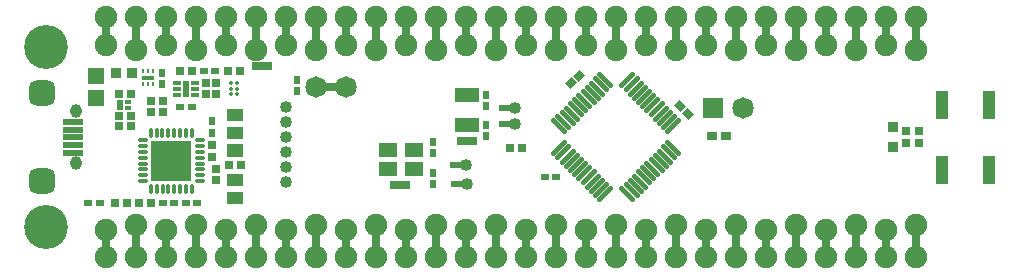
<source format=gts>
G04*
G04 #@! TF.GenerationSoftware,Altium Limited,Altium Designer,20.1.11 (218)*
G04*
G04 Layer_Color=8388736*
%FSLAX43Y43*%
%MOMM*%
G71*
G04*
G04 #@! TF.SameCoordinates,BD5628E5-7E1B-49FB-A763-C87F1538D8A8*
G04*
G04*
G04 #@! TF.FilePolarity,Negative*
G04*
G01*
G75*
%ADD52C,1.905*%
%ADD53C,0.700*%
%ADD54R,1.325X0.500*%
%ADD55R,1.800X0.700*%
%ADD56R,1.370X1.020*%
%ADD57R,1.520X1.270*%
%ADD58R,2.020X1.220*%
%ADD59R,0.770X0.620*%
%ADD60R,1.820X0.470*%
%ADD61R,1.120X2.370*%
%ADD62C,0.350*%
%ADD63R,0.670X0.320*%
%ADD64R,0.600X1.360*%
%ADD65R,0.700X0.350*%
%ADD66R,1.040X0.380*%
%ADD67R,0.280X0.450*%
%ADD68R,3.400X3.400*%
%ADD69O,0.280X0.850*%
%ADD70O,0.850X0.280*%
G04:AMPARAMS|DCode=71|XSize=0.4mm|YSize=1.75mm|CornerRadius=0mm|HoleSize=0mm|Usage=FLASHONLY|Rotation=225.000|XOffset=0mm|YOffset=0mm|HoleType=Round|Shape=Round|*
%AMOVALD71*
21,1,1.350,0.400,0.000,0.000,315.0*
1,1,0.400,-0.477,0.477*
1,1,0.400,0.477,-0.477*
%
%ADD71OVALD71*%

G04:AMPARAMS|DCode=72|XSize=0.4mm|YSize=1.75mm|CornerRadius=0mm|HoleSize=0mm|Usage=FLASHONLY|Rotation=135.000|XOffset=0mm|YOffset=0mm|HoleType=Round|Shape=Round|*
%AMOVALD72*
21,1,1.350,0.400,0.000,0.000,225.0*
1,1,0.400,0.477,0.477*
1,1,0.400,-0.477,-0.477*
%
%ADD72OVALD72*%

%ADD73R,0.520X0.370*%
%ADD74R,0.520X0.820*%
%ADD75R,0.920X0.920*%
%ADD76R,0.720X0.620*%
%ADD77R,0.720X0.670*%
%ADD78R,1.470X1.320*%
%ADD79R,0.920X0.770*%
%ADD80R,0.620X0.770*%
%ADD81R,0.882X0.882*%
%ADD82R,0.670X0.720*%
G04:AMPARAMS|DCode=83|XSize=0.62mm|YSize=0.77mm|CornerRadius=0mm|HoleSize=0mm|Usage=FLASHONLY|Rotation=225.000|XOffset=0mm|YOffset=0mm|HoleType=Round|Shape=Rectangle|*
%AMROTATEDRECTD83*
4,1,4,-0.053,0.491,0.491,-0.053,0.053,-0.491,-0.491,0.053,-0.053,0.491,0.0*
%
%ADD83ROTATEDRECTD83*%

G04:AMPARAMS|DCode=84|XSize=0.62mm|YSize=0.77mm|CornerRadius=0mm|HoleSize=0mm|Usage=FLASHONLY|Rotation=135.000|XOffset=0mm|YOffset=0mm|HoleType=Round|Shape=Rectangle|*
%AMROTATEDRECTD84*
4,1,4,0.491,0.053,-0.053,-0.491,-0.491,-0.053,0.053,0.491,0.491,0.053,0.0*
%
%ADD84ROTATEDRECTD84*%

%ADD85C,1.820*%
%ADD86C,1.020*%
%ADD87O,0.686X2.921*%
%ADD88C,1.902*%
%ADD89O,0.686X3.327*%
G04:AMPARAMS|DCode=90|XSize=2.12mm|YSize=2.22mm|CornerRadius=0.58mm|HoleSize=0mm|Usage=FLASHONLY|Rotation=90.000|XOffset=0mm|YOffset=0mm|HoleType=Round|Shape=RoundedRectangle|*
%AMROUNDEDRECTD90*
21,1,2.120,1.060,0,0,90.0*
21,1,0.960,2.220,0,0,90.0*
1,1,1.160,0.530,0.480*
1,1,1.160,0.530,-0.480*
1,1,1.160,-0.530,-0.480*
1,1,1.160,-0.530,0.480*
%
%ADD90ROUNDEDRECTD90*%
G04:AMPARAMS|DCode=91|XSize=1.17mm|YSize=0.96mm|CornerRadius=0.48mm|HoleSize=0mm|Usage=FLASHONLY|Rotation=270.000|XOffset=0mm|YOffset=0mm|HoleType=Round|Shape=RoundedRectangle|*
%AMROUNDEDRECTD91*
21,1,1.170,0.000,0,0,270.0*
21,1,0.210,0.960,0,0,270.0*
1,1,0.960,0.000,-0.105*
1,1,0.960,0.000,0.105*
1,1,0.960,0.000,0.105*
1,1,0.960,0.000,-0.105*
%
%ADD91ROUNDEDRECTD91*%
%ADD92R,1.820X1.820*%
%ADD93C,3.720*%
%ADD94C,0.120*%
%ADD95C,0.500*%
D52*
X7620Y20320D02*
D03*
X15240D02*
D03*
X76200Y0D02*
D03*
Y20320D02*
D03*
X73660D02*
D03*
X63500D02*
D03*
X66040D02*
D03*
X68580D02*
D03*
X71120D02*
D03*
X53340D02*
D03*
X55880D02*
D03*
X58420D02*
D03*
X60960D02*
D03*
X43180D02*
D03*
X45720D02*
D03*
X48260D02*
D03*
X50800D02*
D03*
X33020D02*
D03*
X35560D02*
D03*
X38100D02*
D03*
X40640D02*
D03*
X22860D02*
D03*
X25400D02*
D03*
X27940D02*
D03*
X30480D02*
D03*
X17780D02*
D03*
X20320D02*
D03*
X71120Y0D02*
D03*
X68580D02*
D03*
X66040D02*
D03*
X63500D02*
D03*
X53340D02*
D03*
X55880D02*
D03*
X58420D02*
D03*
X60960D02*
D03*
X43180D02*
D03*
X45720D02*
D03*
X48260D02*
D03*
X50800D02*
D03*
X33020D02*
D03*
X35560D02*
D03*
X38100D02*
D03*
X40640D02*
D03*
X22860D02*
D03*
X25400D02*
D03*
X27940D02*
D03*
X30480D02*
D03*
X12700D02*
D03*
X15240D02*
D03*
X17780D02*
D03*
X20320D02*
D03*
X7620D02*
D03*
X10160D02*
D03*
X73660D02*
D03*
X12700Y20320D02*
D03*
X10160D02*
D03*
D53*
X25400Y14402D02*
X27940D01*
D54*
X37462Y6200D02*
D03*
X41577Y12666D02*
D03*
X41590Y11272D02*
D03*
X37431Y7803D02*
D03*
D55*
X32490Y6118D02*
D03*
X38125Y9801D02*
D03*
X20795Y16180D02*
D03*
D56*
X18539Y9025D02*
D03*
Y10525D02*
D03*
Y5025D02*
D03*
Y6525D02*
D03*
Y12025D02*
D03*
D57*
X31444Y9061D02*
D03*
X33644D02*
D03*
Y7461D02*
D03*
X31444D02*
D03*
D58*
X38125Y11203D02*
D03*
Y13703D02*
D03*
D59*
X37125Y6200D02*
D03*
X32015Y6118D02*
D03*
X32965D02*
D03*
X41240Y12666D02*
D03*
X41253Y11272D02*
D03*
X37650Y9801D02*
D03*
X38600D02*
D03*
X44775Y6750D02*
D03*
X45725D02*
D03*
X21270Y16180D02*
D03*
X20320D02*
D03*
X14845Y12750D02*
D03*
X13895D02*
D03*
X16815Y15725D02*
D03*
X15865D02*
D03*
X12390Y4575D02*
D03*
X13340D02*
D03*
X14340D02*
D03*
X15290D02*
D03*
X37094Y7803D02*
D03*
D60*
X4830Y8860D02*
D03*
Y9510D02*
D03*
Y10160D02*
D03*
Y10810D02*
D03*
Y11460D02*
D03*
D61*
X78391Y12910D02*
D03*
Y7410D02*
D03*
X82391D02*
D03*
Y12910D02*
D03*
D62*
X18702Y13775D02*
D03*
X18202D02*
D03*
X18702Y14275D02*
D03*
X18202D02*
D03*
X18702Y14775D02*
D03*
X18202D02*
D03*
D63*
X18889Y9375D02*
D03*
Y9025D02*
D03*
Y8675D02*
D03*
X18189D02*
D03*
Y9025D02*
D03*
Y9375D02*
D03*
X18889Y10875D02*
D03*
Y10525D02*
D03*
Y10175D02*
D03*
X18189D02*
D03*
Y10525D02*
D03*
Y10875D02*
D03*
X18889Y5375D02*
D03*
Y5025D02*
D03*
Y4675D02*
D03*
X18189D02*
D03*
Y5025D02*
D03*
Y5375D02*
D03*
X18889Y6875D02*
D03*
Y6525D02*
D03*
Y6175D02*
D03*
X18189D02*
D03*
Y6525D02*
D03*
Y6875D02*
D03*
X18889Y12375D02*
D03*
Y12025D02*
D03*
Y11675D02*
D03*
X18189D02*
D03*
Y12025D02*
D03*
Y12375D02*
D03*
D64*
X14365Y14225D02*
D03*
D65*
X15115Y13725D02*
D03*
Y14225D02*
D03*
Y14725D02*
D03*
X13615Y13725D02*
D03*
Y14225D02*
D03*
Y14725D02*
D03*
D66*
X11139Y15200D02*
D03*
D67*
X10739Y14669D02*
D03*
X11139D02*
D03*
X11539D02*
D03*
X10739Y15731D02*
D03*
X11139D02*
D03*
X11539D02*
D03*
D68*
X13130Y8174D02*
D03*
D69*
X14880Y5784D02*
D03*
X14384Y5787D02*
D03*
X13884D02*
D03*
X13384D02*
D03*
X12884D02*
D03*
X12384D02*
D03*
X11884D02*
D03*
X11384D02*
D03*
X11376Y10556D02*
D03*
X11876D02*
D03*
X12376D02*
D03*
X12876D02*
D03*
X13376D02*
D03*
X13876D02*
D03*
X14376D02*
D03*
X14876D02*
D03*
D70*
X10740Y6424D02*
D03*
Y6924D02*
D03*
Y7424D02*
D03*
Y7924D02*
D03*
Y8424D02*
D03*
Y8924D02*
D03*
Y9424D02*
D03*
Y9924D02*
D03*
X15520Y6424D02*
D03*
Y6924D02*
D03*
Y7424D02*
D03*
Y7924D02*
D03*
Y8424D02*
D03*
Y8924D02*
D03*
Y9424D02*
D03*
Y9924D02*
D03*
D71*
X51737Y5334D02*
D03*
X52090Y5688D02*
D03*
X52444Y6041D02*
D03*
X52798Y6395D02*
D03*
X53151Y6748D02*
D03*
X53505Y7102D02*
D03*
X53858Y7455D02*
D03*
X54212Y7809D02*
D03*
X54565Y8162D02*
D03*
X54919Y8516D02*
D03*
X55272Y8870D02*
D03*
X55626Y9223D02*
D03*
X49863Y14986D02*
D03*
X49510Y14632D02*
D03*
X49156Y14279D02*
D03*
X48802Y13925D02*
D03*
X48449Y13572D02*
D03*
X48095Y13218D02*
D03*
X47742Y12865D02*
D03*
X47388Y12511D02*
D03*
X47035Y12158D02*
D03*
X46681Y11804D02*
D03*
X46328Y11450D02*
D03*
X45974Y11097D02*
D03*
D72*
X55626D02*
D03*
X55272Y11450D02*
D03*
X54919Y11804D02*
D03*
X54565Y12158D02*
D03*
X54212Y12511D02*
D03*
X53858Y12865D02*
D03*
X53505Y13218D02*
D03*
X53151Y13572D02*
D03*
X52798Y13925D02*
D03*
X52444Y14279D02*
D03*
X52090Y14632D02*
D03*
X51737Y14986D02*
D03*
X45974Y9223D02*
D03*
X46328Y8870D02*
D03*
X46681Y8516D02*
D03*
X47035Y8162D02*
D03*
X47388Y7809D02*
D03*
X47742Y7455D02*
D03*
X48095Y7102D02*
D03*
X48449Y6748D02*
D03*
X48802Y6395D02*
D03*
X49156Y6041D02*
D03*
X49510Y5688D02*
D03*
X49863Y5334D02*
D03*
D73*
X9500Y12650D02*
D03*
Y13100D02*
D03*
D74*
X8800Y12875D02*
D03*
D75*
X74221Y9356D02*
D03*
Y11006D02*
D03*
D76*
X6071Y4600D02*
D03*
X7071D02*
D03*
D77*
X9675Y11968D02*
D03*
X8675D02*
D03*
X41825Y9244D02*
D03*
X42825D02*
D03*
X9675Y11112D02*
D03*
X8675D02*
D03*
X8390Y4575D02*
D03*
X9390D02*
D03*
X8675Y13775D02*
D03*
X9675D02*
D03*
X14865Y15725D02*
D03*
X13865D02*
D03*
X17952D02*
D03*
X18952D02*
D03*
X11390Y4575D02*
D03*
X10390D02*
D03*
X19039Y7775D02*
D03*
X18039D02*
D03*
D78*
X6750Y13477D02*
D03*
Y15377D02*
D03*
D79*
X58918Y10301D02*
D03*
X60118D02*
D03*
D80*
X35321Y6189D02*
D03*
Y7139D02*
D03*
X39749Y10235D02*
D03*
Y11185D02*
D03*
Y12771D02*
D03*
Y13721D02*
D03*
X23790Y14035D02*
D03*
Y14985D02*
D03*
X16540Y10550D02*
D03*
Y11500D02*
D03*
X12339Y14675D02*
D03*
Y15625D02*
D03*
X35321Y9793D02*
D03*
Y8843D02*
D03*
D81*
X9816Y15597D02*
D03*
X8419D02*
D03*
D82*
X76405Y9656D02*
D03*
Y10656D02*
D03*
X75300Y9656D02*
D03*
Y10656D02*
D03*
X12389Y12250D02*
D03*
Y13250D02*
D03*
X16540Y8474D02*
D03*
Y9474D02*
D03*
X16940Y13775D02*
D03*
Y14775D02*
D03*
X16040Y13775D02*
D03*
Y14775D02*
D03*
X11439Y13250D02*
D03*
Y12250D02*
D03*
X16940Y7499D02*
D03*
Y6499D02*
D03*
D83*
X56878Y12136D02*
D03*
X56207Y12808D02*
D03*
D84*
X46990Y14707D02*
D03*
X47662Y15379D02*
D03*
D85*
X25400Y14402D02*
D03*
X27940D02*
D03*
X61548Y12617D02*
D03*
D86*
X38125Y6200D02*
D03*
X42240Y12666D02*
D03*
X42253Y11272D02*
D03*
X22860Y7620D02*
D03*
Y6350D02*
D03*
Y8890D02*
D03*
Y10160D02*
D03*
Y11430D02*
D03*
Y12700D02*
D03*
X38094Y7803D02*
D03*
D87*
X7620Y19202D02*
D03*
X22860D02*
D03*
X17780D02*
D03*
X27940D02*
D03*
X33020D02*
D03*
X38100D02*
D03*
X43180D02*
D03*
X48260D02*
D03*
X53340D02*
D03*
X58420D02*
D03*
X63500D02*
D03*
X68580D02*
D03*
X73660D02*
D03*
X7620Y1118D02*
D03*
X12700D02*
D03*
X17780D02*
D03*
X22860D02*
D03*
X27940D02*
D03*
X33020D02*
D03*
X38100D02*
D03*
X43180D02*
D03*
X48260D02*
D03*
X53340D02*
D03*
X58420D02*
D03*
X63500D02*
D03*
X68580D02*
D03*
X73660D02*
D03*
X12700Y19202D02*
D03*
D88*
X7620Y17983D02*
D03*
X15240Y17577D02*
D03*
X76200Y2743D02*
D03*
X10160D02*
D03*
X7620Y2337D02*
D03*
X20320Y17577D02*
D03*
X22860Y17983D02*
D03*
X17780D02*
D03*
X25400Y17577D02*
D03*
X27940Y17983D02*
D03*
X30480Y17577D02*
D03*
X33020Y17983D02*
D03*
X35560Y17577D02*
D03*
X38100Y17983D02*
D03*
X40640Y17577D02*
D03*
X43180Y17983D02*
D03*
X45720Y17577D02*
D03*
X48260Y17983D02*
D03*
X50800Y17577D02*
D03*
X53340Y17983D02*
D03*
X55880Y17577D02*
D03*
X58420Y17983D02*
D03*
X60960Y17577D02*
D03*
X63500Y17983D02*
D03*
X66040Y17577D02*
D03*
X68580Y17983D02*
D03*
X71120Y17577D02*
D03*
X73660Y17983D02*
D03*
X76200Y17577D02*
D03*
X12700Y2337D02*
D03*
X15240Y2743D02*
D03*
X17780Y2337D02*
D03*
X20320Y2743D02*
D03*
X22860Y2337D02*
D03*
X25400Y2743D02*
D03*
X27940Y2337D02*
D03*
X30480Y2743D02*
D03*
X33020Y2337D02*
D03*
X35560Y2743D02*
D03*
X38100Y2337D02*
D03*
X40640Y2743D02*
D03*
X43180Y2337D02*
D03*
X45720Y2743D02*
D03*
X48260Y2337D02*
D03*
X50800Y2743D02*
D03*
X53340Y2337D02*
D03*
X55880Y2743D02*
D03*
X58420Y2337D02*
D03*
X60960Y2743D02*
D03*
X63500Y2337D02*
D03*
X71120Y2743D02*
D03*
X68580Y2337D02*
D03*
X66040Y2743D02*
D03*
X73660Y2337D02*
D03*
X12700Y17983D02*
D03*
X10160Y17577D02*
D03*
D89*
X15240Y18999D02*
D03*
X76200Y1321D02*
D03*
X20320Y18999D02*
D03*
X25400D02*
D03*
X30480D02*
D03*
X35560D02*
D03*
X40640D02*
D03*
X45720D02*
D03*
X50800D02*
D03*
X55880D02*
D03*
X60960D02*
D03*
X66040D02*
D03*
X71120D02*
D03*
X76200D02*
D03*
X10160Y1321D02*
D03*
X15240D02*
D03*
X20320D02*
D03*
X25400D02*
D03*
X30480D02*
D03*
X35560D02*
D03*
X40640D02*
D03*
X45720D02*
D03*
X50800D02*
D03*
X55880D02*
D03*
X60960D02*
D03*
X71120D02*
D03*
X66040D02*
D03*
X10160Y18999D02*
D03*
D90*
X2150Y13898D02*
D03*
Y6423D02*
D03*
D91*
X5050Y7935D02*
D03*
Y12385D02*
D03*
D92*
X59008Y12617D02*
D03*
D93*
X2540Y2540D02*
D03*
Y17780D02*
D03*
D94*
X81280Y2540D02*
D03*
Y17780D02*
D03*
D95*
X14365Y14225D02*
D03*
M02*

</source>
